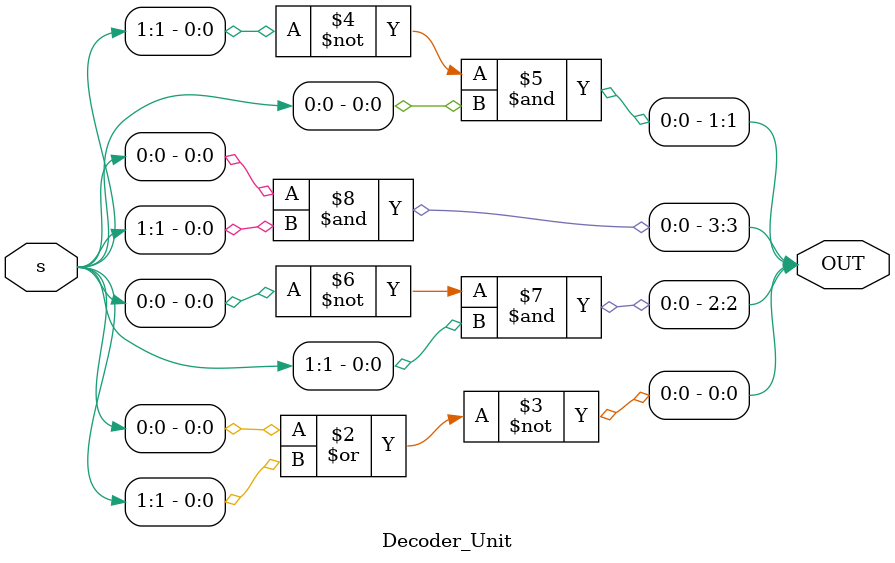
<source format=v>
module Decoder_Unit (
    input [1:0] s,
    output reg [3:0] OUT
);
always @(*) begin
    OUT[0] =~(s[0]|s[1]);
    OUT[1] =((~s[1])&s[0]);
    OUT[2] =((~s[0])&s[1]);
    OUT[3] =(s[0]&s[1]);
end
endmodule
</source>
